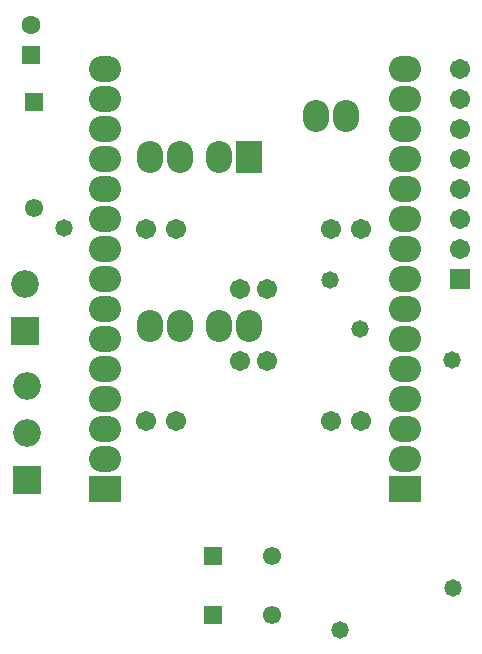
<source format=gbr>
G04*
G04 #@! TF.GenerationSoftware,Altium Limited,Altium Designer,25.4.2 (15)*
G04*
G04 Layer_Color=16711935*
%FSLAX44Y44*%
%MOMM*%
G71*
G04*
G04 #@! TF.SameCoordinates,3DD580B5-EB9C-4BB7-A259-C10CE48ABDDF*
G04*
G04*
G04 #@! TF.FilePolarity,Negative*
G04*
G01*
G75*
%ADD18R,2.2032X2.7032*%
%ADD19O,2.2032X2.7032*%
%ADD20C,1.5532*%
%ADD21R,1.5532X1.5532*%
%ADD22R,2.7032X2.2032*%
%ADD23O,2.7032X2.2032*%
%ADD24C,1.7032*%
%ADD25R,1.7032X1.7032*%
%ADD26C,2.3532*%
%ADD27R,2.3532X2.3532*%
%ADD28C,1.6032*%
%ADD29R,1.6032X1.6032*%
%ADD30R,1.5532X1.5532*%
%ADD31C,1.4732*%
D18*
X228500Y418000D02*
D03*
D19*
X203100D02*
D03*
X170450D02*
D03*
X145050D02*
D03*
X228500Y274600D02*
D03*
X203100D02*
D03*
X170450D02*
D03*
X145050D02*
D03*
X310850Y452400D02*
D03*
X285450D02*
D03*
D20*
X247750Y30500D02*
D03*
Y79750D02*
D03*
X46250Y374750D02*
D03*
D21*
X197750Y30500D02*
D03*
Y79750D02*
D03*
D22*
X106500Y136700D02*
D03*
X360500D02*
D03*
D23*
X106500Y162100D02*
D03*
Y187500D02*
D03*
Y238300D02*
D03*
Y263700D02*
D03*
Y289100D02*
D03*
Y314500D02*
D03*
Y339900D02*
D03*
Y365300D02*
D03*
Y390700D02*
D03*
Y416100D02*
D03*
Y441500D02*
D03*
Y466900D02*
D03*
Y492300D02*
D03*
Y212900D02*
D03*
X360500Y162100D02*
D03*
Y187500D02*
D03*
Y212900D02*
D03*
Y238300D02*
D03*
Y263700D02*
D03*
Y289100D02*
D03*
Y314500D02*
D03*
Y339900D02*
D03*
Y365300D02*
D03*
Y390700D02*
D03*
Y416100D02*
D03*
Y441500D02*
D03*
Y466900D02*
D03*
Y492300D02*
D03*
D24*
X221250Y306550D02*
D03*
Y245000D02*
D03*
X407500Y339900D02*
D03*
Y365300D02*
D03*
Y390700D02*
D03*
Y416100D02*
D03*
Y441500D02*
D03*
Y466900D02*
D03*
Y492300D02*
D03*
X141750Y357060D02*
D03*
X167150D02*
D03*
X244000Y245000D02*
D03*
Y306550D02*
D03*
X323500Y194500D02*
D03*
X298100D02*
D03*
Y357060D02*
D03*
X323500D02*
D03*
X167150Y194500D02*
D03*
X141750D02*
D03*
D25*
X407500Y314500D02*
D03*
D26*
X40750Y223850D02*
D03*
Y184250D02*
D03*
X39250Y310500D02*
D03*
D27*
X40750Y144650D02*
D03*
X39250Y270900D02*
D03*
D28*
X43750Y529701D02*
D03*
D29*
Y504300D02*
D03*
D30*
X46250Y464750D02*
D03*
D31*
X71750Y357500D02*
D03*
X322500Y272500D02*
D03*
X401500Y53000D02*
D03*
X297500Y313500D02*
D03*
X305750Y17750D02*
D03*
X400626Y246080D02*
D03*
M02*

</source>
